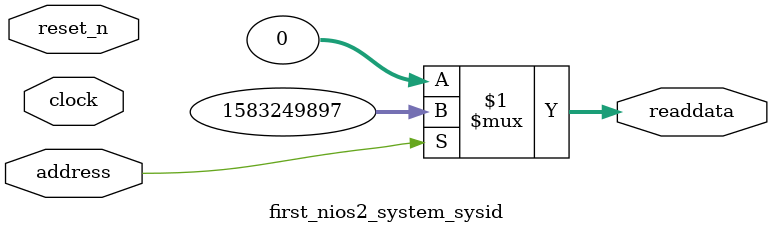
<source format=v>



// synthesis translate_off
`timescale 1ns / 1ps
// synthesis translate_on

// turn off superfluous verilog processor warnings 
// altera message_level Level1 
// altera message_off 10034 10035 10036 10037 10230 10240 10030 

module first_nios2_system_sysid (
               // inputs:
                address,
                clock,
                reset_n,

               // outputs:
                readdata
             )
;

  output  [ 31: 0] readdata;
  input            address;
  input            clock;
  input            reset_n;

  wire    [ 31: 0] readdata;
  //control_slave, which is an e_avalon_slave
  assign readdata = address ? 1583249897 : 0;

endmodule



</source>
